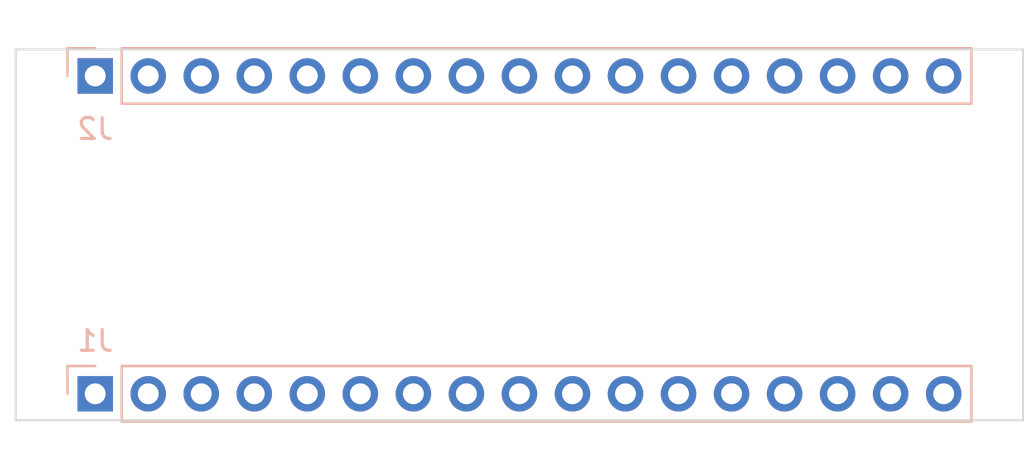
<source format=kicad_pcb>
(kicad_pcb (version 20211014) (generator pcbnew)
  (title_block (date "sam. 04 avril 2015"))
  (layers (0 "F.Cu" signal) (31 "B.Cu" signal) (34 "B.Paste" user) (35 "F.Paste" user) (36 "B.SilkS" user "B.Silkscreen") (37 "F.SilkS" user "F.Silkscreen") (38 "B.Mask" user) (39 "F.Mask" user) (44 "Edge.Cuts" user))
  (net 0 "")
  (net 1 "/*D13")
  (net 4 "GND")
  (net 5 "/~{RESET}")
  (net 6 "VCC")
  (net 7 "/D14{slash}MISO")
  (net 8 "/D15{slash}SCK")
  (net 9 "/D12")
  (net 10 "/*D11")
  (net 11 "/*D10")
  (net 12 "/*D9")
  (net 13 "/D8")
  (net 14 "/D7")
  (net 15 "/*D6")
  (net 16 "/*D5")
  (net 17 "/D4")
  (net 18 "/*D3{slash}SCL")
  (net 19 "+5V")
  (net 20 "/A5")
  (net 21 "/A4")
  (net 22 "/A3")
  (net 23 "/A2")
  (net 24 "/A1")
  (net 25 "/A0")
  (net 26 "/AREF")
  (net 27 "/D2{slash}SDA")
  (net 28 "/D0{slash}RX")
  (net 29 "/D1{slash}TX")
  (net 30 "/D17{slash}SS")
  (net 31 "/D16{slash}MOSI")
  (net 32 "+3V3")
  (footprint "Arduino_MountingHole:MountingHole_1.2mm" (layer "F.Cu") (at 101.27 83.49)
    (fp_text reference "MH2" hide)
    (fp_text value "MountingHole_1.2mm" hide)
    (pad "" np_thru_hole circle locked (at 0 0) (size 1.2 1.2) (drill 1.2) (layers F&B.Cu *.Mask))
  )
  (footprint "Arduino_MountingHole:MountingHole_1.2mm" (layer "F.Cu") (at 146.99 98.73)
    (fp_text reference "MH4" hide)
    (fp_text value "MountingHole_1.2mm" hide)
    (pad "" np_thru_hole circle locked (at 0 0) (size 1.2 1.2) (drill 1.2) (layers F&B.Cu *.Mask))
  )
  (footprint "Arduino_MountingHole:MountingHole_1.2mm" (layer "F.Cu") (at 101.27 98.73)
    (fp_text reference "MH1" hide)
    (fp_text value "MountingHole_1.2mm" hide)
    (pad "" np_thru_hole circle locked (at 0 0) (size 1.2 1.2) (drill 1.2) (layers F&B.Cu *.Mask))
  )
  (footprint "Arduino_MountingHole:MountingHole_1.2mm" (layer "F.Cu") (at 146.99 83.49)
    (fp_text reference "MH3" hide)
    (fp_text value "MountingHole_1.2mm" hide)
    (pad "" np_thru_hole circle locked (at 0 0) (size 1.2 1.2) (drill 1.2) (layers F&B.Cu *.Mask))
  )
  (footprint "Connector_PinHeader_2.54mm:PinHeader_1x17_P2.54mm_Vertical" (layer "B.Cu") (at 103.81 98.73 -90)
    (fp_text reference "J1" (at -2.54 0 180) (layer "B.SilkS") (effects (justify mirror)))
    (fp_text value "Analog")
    (fp_line (start -1.33 0) (end -1.33 1.33) (layer "B.SilkS") (width 0.12))
    (fp_line (start 1.33 -1.27) (end 1.33 -41.97) (layer "B.SilkS") (width 0.12))
    (fp_line (start -1.33 -1.27) (end -1.33 -41.97) (layer "B.SilkS") (width 0.12))
    (fp_line (start -1.33 1.33) (end 0 1.33) (layer "B.SilkS") (width 0.12))
    (fp_line (start -1.33 -41.97) (end 1.33 -41.97) (layer "B.SilkS") (width 0.12))
    (fp_line (start -1.33 -1.27) (end 1.33 -1.27) (layer "B.SilkS") (width 0.12))
    (pad "1" thru_hole rect locked (at 0 0 270) (size 1.7 1.7) (drill 1) (layers *.Cu *.Mask) (net 1 "/*D13"))
    (pad "2" thru_hole oval locked (at 0 -2.54 270) (size 1.7 1.7) (drill 1) (layers *.Cu *.Mask) (net 32 "+3V3"))
    (pad "3" thru_hole oval locked (at 0 -5.08 270) (size 1.7 1.7) (drill 1) (layers *.Cu *.Mask) (net 26 "/AREF"))
    (pad "4" thru_hole oval locked (at 0 -7.62 270) (size 1.7 1.7) (drill 1) (layers *.Cu *.Mask) (net 25 "/A0"))
    (pad "5" thru_hole oval locked (at 0 -10.16 270) (size 1.7 1.7) (drill 1) (layers *.Cu *.Mask) (net 24 "/A1"))
    (pad "6" thru_hole oval locked (at 0 -12.7 270) (size 1.7 1.7) (drill 1) (layers *.Cu *.Mask) (net 23 "/A2"))
    (pad "7" thru_hole oval locked (at 0 -15.24 270) (size 1.7 1.7) (drill 1) (layers *.Cu *.Mask) (net 22 "/A3"))
    (pad "8" thru_hole oval locked (at 0 -17.78 270) (size 1.7 1.7) (drill 1) (layers *.Cu *.Mask) (net 21 "/A4"))
    (pad "9" thru_hole oval locked (at 0 -20.32 270) (size 1.7 1.7) (drill 1) (layers *.Cu *.Mask) (net 20 "/A5"))
    (pad "10" thru_hole oval locked (at 0 -22.86 270) (size 1.7 1.7) (drill 1) (layers *.Cu *.Mask))
    (pad "11" thru_hole oval locked (at 0 -25.4 270) (size 1.7 1.7) (drill 1) (layers *.Cu *.Mask))
    (pad "12" thru_hole oval locked (at 0 -27.94 270) (size 1.7 1.7) (drill 1) (layers *.Cu *.Mask) (net 19 "+5V"))
    (pad "13" thru_hole oval locked (at 0 -30.48 270) (size 1.7 1.7) (drill 1) (layers *.Cu *.Mask) (net 5 "/~{RESET}"))
    (pad "14" thru_hole oval locked (at 0 -33.02 270) (size 1.7 1.7) (drill 1) (layers *.Cu *.Mask) (net 4 "GND"))
    (pad "15" thru_hole oval locked (at 0 -35.56 270) (size 1.7 1.7) (drill 1) (layers *.Cu *.Mask) (net 6 "VCC"))
    (pad "16" thru_hole oval locked (at 0 -38.1 270) (size 1.7 1.7) (drill 1) (layers *.Cu *.Mask) (net 7 "/D14{slash}MISO"))
    (pad "17" thru_hole oval locked (at 0 -40.64 270) (size 1.7 1.7) (drill 1) (layers *.Cu *.Mask) (net 8 "/D15{slash}SCK"))
  )
  (footprint "Connector_PinHeader_2.54mm:PinHeader_1x17_P2.54mm_Vertical" (layer "B.Cu") (at 103.81 83.49 -90)
    (fp_text reference "J2" (at 2.54 0 180) (layer "B.SilkS") (effects (justify mirror)))
    (fp_text value "Digital")
    (fp_line (start -1.33 -41.97) (end 1.33 -41.97) (layer "B.SilkS") (width 0.12))
    (fp_line (start -1.33 1.33) (end 0 1.33) (layer "B.SilkS") (width 0.12))
    (fp_line (start -1.33 -1.27) (end -1.33 -41.97) (layer "B.SilkS") (width 0.12))
    (fp_line (start 1.33 -1.27) (end 1.33 -41.97) (layer "B.SilkS") (width 0.12))
    (fp_line (start -1.33 -1.27) (end 1.33 -1.27) (layer "B.SilkS") (width 0.12))
    (fp_line (start -1.33 0) (end -1.33 1.33) (layer "B.SilkS") (width 0.12))
    (pad "1" thru_hole rect locked (at 0 0 270) (size 1.7 1.7) (drill 1) (layers *.Cu *.Mask) (net 9 "/D12"))
    (pad "2" thru_hole oval locked (at 0 -2.54 270) (size 1.7 1.7) (drill 1) (layers *.Cu *.Mask) (net 10 "/*D11"))
    (pad "3" thru_hole oval locked (at 0 -5.08 270) (size 1.7 1.7) (drill 1) (layers *.Cu *.Mask) (net 11 "/*D10"))
    (pad "4" thru_hole oval locked (at 0 -7.62 270) (size 1.7 1.7) (drill 1) (layers *.Cu *.Mask) (net 12 "/*D9"))
    (pad "5" thru_hole oval locked (at 0 -10.16 270) (size 1.7 1.7) (drill 1) (layers *.Cu *.Mask) (net 13 "/D8"))
    (pad "6" thru_hole oval locked (at 0 -12.7 270) (size 1.7 1.7) (drill 1) (layers *.Cu *.Mask) (net 14 "/D7"))
    (pad "7" thru_hole oval locked (at 0 -15.24 270) (size 1.7 1.7) (drill 1) (layers *.Cu *.Mask) (net 15 "/*D6"))
    (pad "8" thru_hole oval locked (at 0 -17.78 270) (size 1.7 1.7) (drill 1) (layers *.Cu *.Mask) (net 16 "/*D5"))
    (pad "9" thru_hole oval locked (at 0 -20.32 270) (size 1.7 1.7) (drill 1) (layers *.Cu *.Mask) (net 17 "/D4"))
    (pad "10" thru_hole oval locked (at 0 -22.86 270) (size 1.7 1.7) (drill 1) (layers *.Cu *.Mask) (net 18 "/*D3{slash}SCL"))
    (pad "11" thru_hole oval locked (at 0 -25.4 270) (size 1.7 1.7) (drill 1) (layers *.Cu *.Mask) (net 27 "/D2{slash}SDA"))
    (pad "12" thru_hole oval locked (at 0 -27.94 270) (size 1.7 1.7) (drill 1) (layers *.Cu *.Mask) (net 4 "GND"))
    (pad "13" thru_hole oval locked (at 0 -30.48 270) (size 1.7 1.7) (drill 1) (layers *.Cu *.Mask) (net 5 "/~{RESET}"))
    (pad "14" thru_hole oval locked (at 0 -33.02 270) (size 1.7 1.7) (drill 1) (layers *.Cu *.Mask) (net 28 "/D0{slash}RX"))
    (pad "15" thru_hole oval locked (at 0 -35.56 270) (size 1.7 1.7) (drill 1) (layers *.Cu *.Mask) (net 29 "/D1{slash}TX"))
    (pad "16" thru_hole oval locked (at 0 -38.1 270) (size 1.7 1.7) (drill 1) (layers *.Cu *.Mask) (net 30 "/D17{slash}SS"))
    (pad "17" thru_hole oval locked (at 0 -40.64 270) (size 1.7 1.7) (drill 1) (layers *.Cu *.Mask) (net 31 "/D16{slash}MOSI"))
  )
  (gr_line (start 148.26 82.22) (end 100 82.22) (layer "Edge.Cuts") (width 0.1))
  (gr_line (start 100 82.22) (end 100 100) (layer "Edge.Cuts") (width 0.1))
  (gr_line (start 148.26 100) (end 148.26 82.22) (layer "Edge.Cuts") (width 0.1))
  (gr_line (start 100 100) (end 148.26 100) (layer "Edge.Cuts") (width 0.1))
)
</source>
